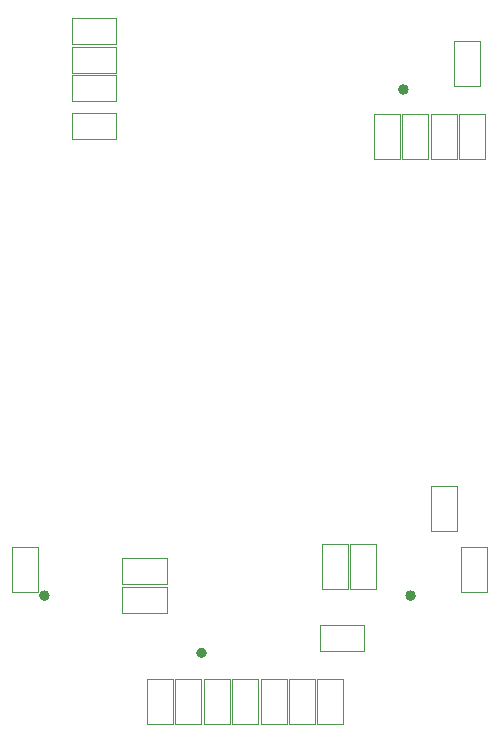
<source format=gbr>
%FSLAX34Y34*%
%MOMM*%
%LNSILK_TOP*%
G71*
G01*
%ADD10C, 0.100*%
%ADD11C, 0.500*%
%LPD*%
G54D10*
X293000Y-1244000D02*
X315000Y-1244000D01*
X315000Y-1282000D01*
X293000Y-1282000D01*
X293000Y-1244000D01*
G54D10*
X269000Y-1244000D02*
X291000Y-1244000D01*
X291000Y-1282000D01*
X269000Y-1282000D01*
X269000Y-1244000D01*
G54D10*
X245000Y-1244000D02*
X267000Y-1244000D01*
X267000Y-1282000D01*
X245000Y-1282000D01*
X245000Y-1244000D01*
G54D10*
X317000Y-1244000D02*
X339000Y-1244000D01*
X339000Y-1282000D01*
X317000Y-1282000D01*
X317000Y-1244000D01*
G54D10*
X221000Y-1244000D02*
X243000Y-1244000D01*
X243000Y-1282000D01*
X221000Y-1282000D01*
X221000Y-1244000D01*
G54D11*
G75*
G01X221000Y-1222000D02*
G03X221000Y-1222000I-2000J0D01*
G01*
G54D10*
X173000Y-1244000D02*
X195000Y-1244000D01*
X195000Y-1282000D01*
X173000Y-1282000D01*
X173000Y-1244000D01*
G54D10*
X197000Y-1244000D02*
X219000Y-1244000D01*
X219000Y-1282000D01*
X197000Y-1282000D01*
X197000Y-1244000D01*
G54D10*
X343000Y-1168000D02*
X321000Y-1168000D01*
X321000Y-1130000D01*
X343000Y-1130000D01*
X343000Y-1168000D01*
G54D10*
X367000Y-1168000D02*
X345000Y-1168000D01*
X345000Y-1130000D01*
X367000Y-1130000D01*
X367000Y-1168000D01*
G54D10*
X357000Y-1198000D02*
X357000Y-1220000D01*
X319000Y-1220000D01*
X319000Y-1198000D01*
X357000Y-1198000D01*
G54D10*
X146966Y-706694D02*
X146966Y-684694D01*
X108966Y-684694D01*
X108966Y-706694D01*
X146966Y-706694D01*
G54D10*
X146966Y-786694D02*
X146966Y-764694D01*
X108966Y-764694D01*
X108966Y-786694D01*
X146966Y-786694D01*
G54D10*
X146966Y-730694D02*
X146966Y-708694D01*
X108966Y-708694D01*
X108966Y-730694D01*
X146966Y-730694D01*
G54D10*
X146966Y-754694D02*
X146966Y-732694D01*
X108966Y-732694D01*
X108966Y-754694D01*
X146966Y-754694D01*
G54D11*
G75*
G01X392000Y-745000D02*
G03X392000Y-745000I-2000J0D01*
G01*
G54D10*
X433000Y-704000D02*
X455000Y-704000D01*
X455000Y-742000D01*
X433000Y-742000D01*
X433000Y-704000D01*
G54D10*
X411000Y-804000D02*
X389000Y-804000D01*
X389000Y-766000D01*
X411000Y-766000D01*
X411000Y-804000D01*
G54D10*
X435000Y-804000D02*
X413000Y-804000D01*
X413000Y-766000D01*
X435000Y-766000D01*
X435000Y-804000D01*
G54D10*
X459000Y-804000D02*
X437000Y-804000D01*
X437000Y-766000D01*
X459000Y-766000D01*
X459000Y-804000D01*
G54D10*
X387000Y-804000D02*
X365000Y-804000D01*
X365000Y-766000D01*
X387000Y-766000D01*
X387000Y-804000D01*
G54D11*
G75*
G01X88000Y-1173500D02*
G03X88000Y-1173500I-2000J0D01*
G01*
G54D10*
X59000Y-1132500D02*
X81000Y-1132500D01*
X81000Y-1170500D01*
X59000Y-1170500D01*
X59000Y-1132500D01*
G54D10*
X151800Y-1188000D02*
X151800Y-1166000D01*
X189800Y-1166000D01*
X189800Y-1188000D01*
X151800Y-1188000D01*
G54D10*
X151800Y-1164000D02*
X151800Y-1142000D01*
X189800Y-1142000D01*
X189800Y-1164000D01*
X151800Y-1164000D01*
G54D10*
X435000Y-1118500D02*
X413000Y-1118500D01*
X413000Y-1080500D01*
X435000Y-1080500D01*
X435000Y-1118500D01*
G54D11*
G75*
G01X398000Y-1173500D02*
G03X398000Y-1173500I-2000J0D01*
G01*
G54D10*
X461000Y-1132500D02*
X439000Y-1132500D01*
X439000Y-1170500D01*
X461000Y-1170500D01*
X461000Y-1132500D01*
M02*

</source>
